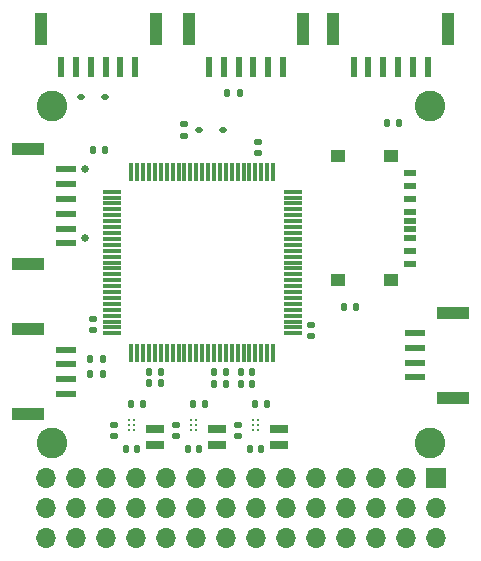
<source format=gbr>
%TF.GenerationSoftware,KiCad,Pcbnew,9.0.1*%
%TF.CreationDate,2025-04-15T01:41:33+09:00*%
%TF.ProjectId,STM32-FC_v2,53544d33-322d-4464-935f-76322e6b6963,rev?*%
%TF.SameCoordinates,Original*%
%TF.FileFunction,Soldermask,Bot*%
%TF.FilePolarity,Negative*%
%FSLAX46Y46*%
G04 Gerber Fmt 4.6, Leading zero omitted, Abs format (unit mm)*
G04 Created by KiCad (PCBNEW 9.0.1) date 2025-04-15 01:41:33*
%MOMM*%
%LPD*%
G01*
G04 APERTURE LIST*
G04 Aperture macros list*
%AMRoundRect*
0 Rectangle with rounded corners*
0 $1 Rounding radius*
0 $2 $3 $4 $5 $6 $7 $8 $9 X,Y pos of 4 corners*
0 Add a 4 corners polygon primitive as box body*
4,1,4,$2,$3,$4,$5,$6,$7,$8,$9,$2,$3,0*
0 Add four circle primitives for the rounded corners*
1,1,$1+$1,$2,$3*
1,1,$1+$1,$4,$5*
1,1,$1+$1,$6,$7*
1,1,$1+$1,$8,$9*
0 Add four rect primitives between the rounded corners*
20,1,$1+$1,$2,$3,$4,$5,0*
20,1,$1+$1,$4,$5,$6,$7,0*
20,1,$1+$1,$6,$7,$8,$9,0*
20,1,$1+$1,$8,$9,$2,$3,0*%
G04 Aperture macros list end*
%ADD10R,1.800000X0.600000*%
%ADD11R,2.800000X1.000000*%
%ADD12C,2.600000*%
%ADD13C,0.650000*%
%ADD14RoundRect,0.097500X-0.702500X0.227500X-0.702500X-0.227500X0.702500X-0.227500X0.702500X0.227500X0*%
%ADD15RoundRect,0.135000X-0.135000X-0.185000X0.135000X-0.185000X0.135000X0.185000X-0.135000X0.185000X0*%
%ADD16RoundRect,0.135000X0.135000X0.185000X-0.135000X0.185000X-0.135000X-0.185000X0.135000X-0.185000X0*%
%ADD17RoundRect,0.140000X0.140000X0.170000X-0.140000X0.170000X-0.140000X-0.170000X0.140000X-0.170000X0*%
%ADD18R,1.700000X1.700000*%
%ADD19O,1.700000X1.700000*%
%ADD20RoundRect,0.140000X-0.140000X-0.170000X0.140000X-0.170000X0.140000X0.170000X-0.140000X0.170000X0*%
%ADD21RoundRect,0.140000X-0.170000X0.140000X-0.170000X-0.140000X0.170000X-0.140000X0.170000X0.140000X0*%
%ADD22C,0.230000*%
%ADD23R,1.000000X2.800000*%
%ADD24R,0.600000X1.800000*%
%ADD25RoundRect,0.140000X0.170000X-0.140000X0.170000X0.140000X-0.170000X0.140000X-0.170000X-0.140000X0*%
%ADD26RoundRect,0.135000X0.185000X-0.135000X0.185000X0.135000X-0.185000X0.135000X-0.185000X-0.135000X0*%
%ADD27R,1.080000X0.500000*%
%ADD28R,1.200000X1.050000*%
%ADD29RoundRect,0.075000X0.075000X-0.725000X0.075000X0.725000X-0.075000X0.725000X-0.075000X-0.725000X0*%
%ADD30RoundRect,0.075000X0.725000X-0.075000X0.725000X0.075000X-0.725000X0.075000X-0.725000X-0.075000X0*%
%ADD31RoundRect,0.112500X0.187500X0.112500X-0.187500X0.112500X-0.187500X-0.112500X0.187500X-0.112500X0*%
%ADD32RoundRect,0.112500X-0.187500X-0.112500X0.187500X-0.112500X0.187500X0.112500X-0.187500X0.112500X0*%
G04 APERTURE END LIST*
D10*
%TO.C,J16*%
X153800000Y-100475000D03*
X153800000Y-99225000D03*
X153800000Y-97975000D03*
X153800000Y-96725000D03*
D11*
X157000000Y-102200000D03*
X157000000Y-95000000D03*
%TD*%
D12*
%TO.C,H1*%
X123000000Y-77500000D03*
%TD*%
%TO.C,H3*%
X123000000Y-106000000D03*
%TD*%
%TO.C,H4*%
X155000000Y-106000000D03*
%TD*%
%TO.C,H2*%
X155000000Y-77500000D03*
%TD*%
D13*
%TO.C,J2*%
X125810000Y-82860000D03*
X125810000Y-88640000D03*
%TD*%
D14*
%TO.C,L1*%
X131750000Y-104825000D03*
X131750000Y-106175000D03*
%TD*%
D15*
%TO.C,R2*%
X147740000Y-94500000D03*
X148760000Y-94500000D03*
%TD*%
D14*
%TO.C,L3*%
X137000000Y-104825000D03*
X137000000Y-106175000D03*
%TD*%
D16*
%TO.C,R21*%
X141260000Y-102750000D03*
X140240000Y-102750000D03*
%TD*%
D17*
%TO.C,C18*%
X140730000Y-106500000D03*
X139770000Y-106500000D03*
%TD*%
D18*
%TO.C,J6*%
X155510000Y-108960000D03*
D19*
X152970000Y-108960000D03*
X150430000Y-108960000D03*
X147890000Y-108960000D03*
X145350000Y-108960000D03*
X142810000Y-108960000D03*
X140270000Y-108960000D03*
X137730000Y-108960000D03*
X135190000Y-108960000D03*
X132650000Y-108960000D03*
X130110000Y-108960000D03*
X127570000Y-108960000D03*
X125030000Y-108960000D03*
X122490000Y-108960000D03*
X155510000Y-111500000D03*
X152970000Y-111500000D03*
X150430000Y-111500000D03*
X147890000Y-111500000D03*
X145350000Y-111500000D03*
X142810000Y-111500000D03*
X140270000Y-111500000D03*
X137730000Y-111500000D03*
X135190000Y-111500000D03*
X132650000Y-111500000D03*
X130110000Y-111500000D03*
X127570000Y-111500000D03*
X125030000Y-111500000D03*
X122490000Y-111500000D03*
X155510000Y-114040000D03*
X152970000Y-114040000D03*
X150430000Y-114040000D03*
X147890000Y-114040000D03*
X145350000Y-114040000D03*
X142810000Y-114040000D03*
X140270000Y-114040000D03*
X137730000Y-114040000D03*
X135190000Y-114040000D03*
X132650000Y-114040000D03*
X130110000Y-114040000D03*
X127570000Y-114040000D03*
X125030000Y-114040000D03*
X122490000Y-114040000D03*
%TD*%
D20*
%TO.C,C8*%
X136770000Y-100000000D03*
X137730000Y-100000000D03*
%TD*%
D16*
%TO.C,R22*%
X136010000Y-102750000D03*
X134990000Y-102750000D03*
%TD*%
D21*
%TO.C,C2*%
X126500000Y-95520000D03*
X126500000Y-96480000D03*
%TD*%
D16*
%TO.C,R45*%
X138910000Y-76400000D03*
X137890000Y-76400000D03*
%TD*%
D22*
%TO.C,U4*%
X140050000Y-104900000D03*
X140450000Y-104900000D03*
X140050000Y-104500000D03*
X140450000Y-104500000D03*
X140050000Y-104100000D03*
X140450000Y-104100000D03*
%TD*%
D20*
%TO.C,C13*%
X131270000Y-100980000D03*
X132230000Y-100980000D03*
%TD*%
D23*
%TO.C,J11*%
X146850000Y-71000000D03*
X156550000Y-71000000D03*
D24*
X148575000Y-74200000D03*
X149825000Y-74200000D03*
X151075000Y-74200000D03*
X152325000Y-74200000D03*
X153575000Y-74200000D03*
X154825000Y-74200000D03*
%TD*%
D22*
%TO.C,U3*%
X129550000Y-104900000D03*
X129950000Y-104900000D03*
X129550000Y-104500000D03*
X129950000Y-104500000D03*
X129550000Y-104100000D03*
X129950000Y-104100000D03*
%TD*%
D25*
%TO.C,C11*%
X145000000Y-96980000D03*
X145000000Y-96020000D03*
%TD*%
D21*
%TO.C,C16*%
X133500000Y-104520000D03*
X133500000Y-105480000D03*
%TD*%
D20*
%TO.C,C6*%
X126540000Y-81250000D03*
X127500000Y-81250000D03*
%TD*%
D26*
%TO.C,R4*%
X134250000Y-80010000D03*
X134250000Y-78990000D03*
%TD*%
D17*
%TO.C,C17*%
X130230000Y-106500000D03*
X129270000Y-106500000D03*
%TD*%
D27*
%TO.C,J4*%
X153345000Y-90850000D03*
X153345000Y-89750000D03*
X153345000Y-88650000D03*
X153345000Y-87900000D03*
X153345000Y-86450000D03*
X153345000Y-85350000D03*
X153345000Y-84250000D03*
X153345000Y-83150000D03*
X153345000Y-87200000D03*
D28*
X151705000Y-92225000D03*
X151705000Y-81775000D03*
X147255000Y-92225000D03*
X147255000Y-81775000D03*
%TD*%
D16*
%TO.C,R20*%
X130760000Y-102750000D03*
X129740000Y-102750000D03*
%TD*%
D21*
%TO.C,C14*%
X128250000Y-104520000D03*
X128250000Y-105480000D03*
%TD*%
D20*
%TO.C,C9*%
X136770000Y-101000000D03*
X137730000Y-101000000D03*
%TD*%
D29*
%TO.C,U1*%
X141750000Y-98425000D03*
X141250000Y-98425000D03*
X140750000Y-98425000D03*
X140250000Y-98425000D03*
X139750000Y-98425000D03*
X139250000Y-98425000D03*
X138750000Y-98425000D03*
X138250000Y-98425000D03*
X137750000Y-98425000D03*
X137250000Y-98425000D03*
X136750000Y-98425000D03*
X136250000Y-98425000D03*
X135750000Y-98425000D03*
X135250000Y-98425000D03*
X134750000Y-98425000D03*
X134250000Y-98425000D03*
X133750000Y-98425000D03*
X133250000Y-98425000D03*
X132750000Y-98425000D03*
X132250000Y-98425000D03*
X131750000Y-98425000D03*
X131250000Y-98425000D03*
X130750000Y-98425000D03*
X130250000Y-98425000D03*
X129750000Y-98425000D03*
D30*
X128075000Y-96750000D03*
X128075000Y-96250000D03*
X128075000Y-95750000D03*
X128075000Y-95250000D03*
X128075000Y-94750000D03*
X128075000Y-94250000D03*
X128075000Y-93750000D03*
X128075000Y-93250000D03*
X128075000Y-92750000D03*
X128075000Y-92250000D03*
X128075000Y-91750000D03*
X128075000Y-91250000D03*
X128075000Y-90750000D03*
X128075000Y-90250000D03*
X128075000Y-89750000D03*
X128075000Y-89250000D03*
X128075000Y-88750000D03*
X128075000Y-88250000D03*
X128075000Y-87750000D03*
X128075000Y-87250000D03*
X128075000Y-86750000D03*
X128075000Y-86250000D03*
X128075000Y-85750000D03*
X128075000Y-85250000D03*
X128075000Y-84750000D03*
D29*
X129750000Y-83075000D03*
X130250000Y-83075000D03*
X130750000Y-83075000D03*
X131250000Y-83075000D03*
X131750000Y-83075000D03*
X132250000Y-83075000D03*
X132750000Y-83075000D03*
X133250000Y-83075000D03*
X133750000Y-83075000D03*
X134250000Y-83075000D03*
X134750000Y-83075000D03*
X135250000Y-83075000D03*
X135750000Y-83075000D03*
X136250000Y-83075000D03*
X136750000Y-83075000D03*
X137250000Y-83075000D03*
X137750000Y-83075000D03*
X138250000Y-83075000D03*
X138750000Y-83075000D03*
X139250000Y-83075000D03*
X139750000Y-83075000D03*
X140250000Y-83075000D03*
X140750000Y-83075000D03*
X141250000Y-83075000D03*
X141750000Y-83075000D03*
D30*
X143425000Y-84750000D03*
X143425000Y-85250000D03*
X143425000Y-85750000D03*
X143425000Y-86250000D03*
X143425000Y-86750000D03*
X143425000Y-87250000D03*
X143425000Y-87750000D03*
X143425000Y-88250000D03*
X143425000Y-88750000D03*
X143425000Y-89250000D03*
X143425000Y-89750000D03*
X143425000Y-90250000D03*
X143425000Y-90750000D03*
X143425000Y-91250000D03*
X143425000Y-91750000D03*
X143425000Y-92250000D03*
X143425000Y-92750000D03*
X143425000Y-93250000D03*
X143425000Y-93750000D03*
X143425000Y-94250000D03*
X143425000Y-94750000D03*
X143425000Y-95250000D03*
X143425000Y-95750000D03*
X143425000Y-96250000D03*
X143425000Y-96750000D03*
%TD*%
D23*
%TO.C,J12*%
X134600000Y-71000000D03*
X144300000Y-71000000D03*
D24*
X136325000Y-74200000D03*
X137575000Y-74200000D03*
X138825000Y-74200000D03*
X140075000Y-74200000D03*
X141325000Y-74200000D03*
X142575000Y-74200000D03*
%TD*%
D15*
%TO.C,R44*%
X151390000Y-78900000D03*
X152410000Y-78900000D03*
%TD*%
D11*
%TO.C,J13*%
X121000000Y-103600000D03*
X121000000Y-96400000D03*
D10*
X124200000Y-101875000D03*
X124200000Y-100625000D03*
X124200000Y-99375000D03*
X124200000Y-98125000D03*
%TD*%
D17*
%TO.C,C10*%
X139980000Y-100000000D03*
X139020000Y-100000000D03*
%TD*%
%TO.C,C19*%
X135480000Y-106500000D03*
X134520000Y-106500000D03*
%TD*%
D31*
%TO.C,D1*%
X137550000Y-79500000D03*
X135450000Y-79500000D03*
%TD*%
D17*
%TO.C,C3*%
X139980000Y-101000000D03*
X139020000Y-101000000D03*
%TD*%
D16*
%TO.C,R47*%
X127310000Y-100200000D03*
X126290000Y-100200000D03*
%TD*%
D32*
%TO.C,D6*%
X125450000Y-76750000D03*
X127550000Y-76750000D03*
%TD*%
D25*
%TO.C,C7*%
X140500000Y-81480000D03*
X140500000Y-80520000D03*
%TD*%
D23*
%TO.C,J3*%
X122100000Y-71000000D03*
X131800000Y-71000000D03*
D24*
X123825000Y-74200000D03*
X125075000Y-74200000D03*
X126325000Y-74200000D03*
X127575000Y-74200000D03*
X128825000Y-74200000D03*
X130075000Y-74200000D03*
%TD*%
D21*
%TO.C,C15*%
X138750000Y-104520000D03*
X138750000Y-105480000D03*
%TD*%
D11*
%TO.C,J1*%
X121000000Y-90850000D03*
X121000000Y-81150000D03*
D10*
X124200000Y-89125000D03*
X124200000Y-87875000D03*
X124200000Y-86625000D03*
X124200000Y-85375000D03*
X124200000Y-84125000D03*
X124200000Y-82875000D03*
%TD*%
D16*
%TO.C,R46*%
X127310000Y-98950000D03*
X126290000Y-98950000D03*
%TD*%
D14*
%TO.C,L2*%
X142250000Y-104825000D03*
X142250000Y-106175000D03*
%TD*%
D22*
%TO.C,U5*%
X134800000Y-104900000D03*
X135200000Y-104900000D03*
X134800000Y-104500000D03*
X135200000Y-104500000D03*
X134800000Y-104100000D03*
X135200000Y-104100000D03*
%TD*%
D20*
%TO.C,C12*%
X131270000Y-100000000D03*
X132230000Y-100000000D03*
%TD*%
M02*

</source>
